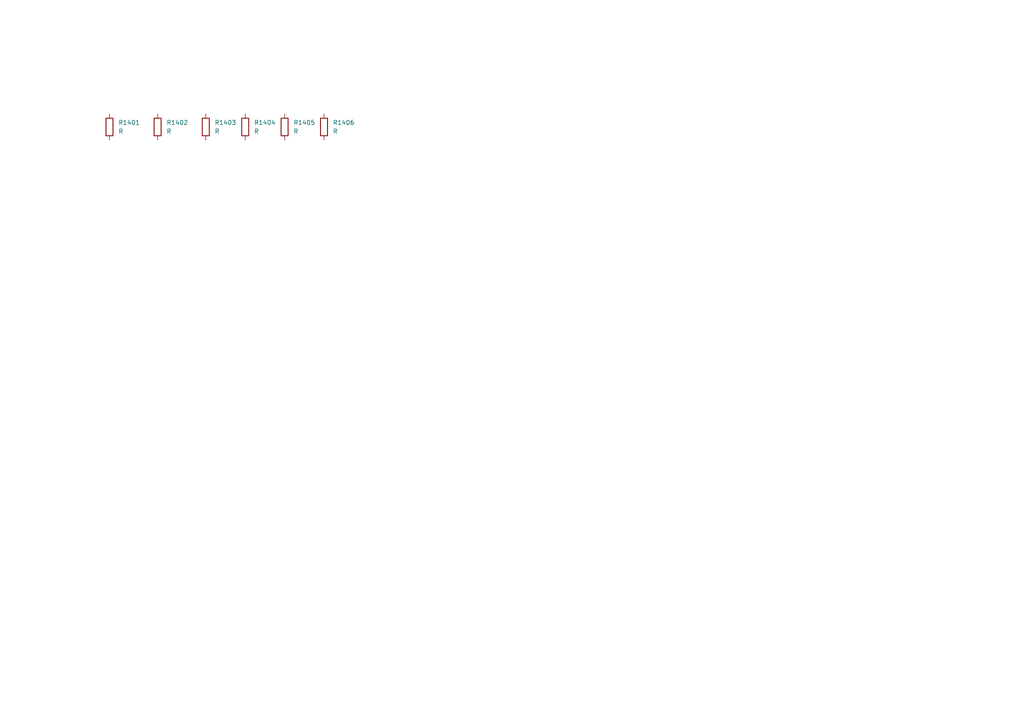
<source format=kicad_sch>
(kicad_sch (version 20231120) (generator "eeschema") (generator_version "8.0")
  (paper "A4")
  (lib_symbols
    (symbol "Device:R" (pin_numbers hide) (pin_names (offset 0))
      (property "Reference" "R" (at 2.032 0 90))
      (property "Value" "R" (at 0 0 90))
      (symbol "R_0_1"
        (rectangle (start -1.016 -2.54) (end 1.016 2.54) (stroke (width 0.254)))
      )
      (symbol "R_1_1"
        (pin passive line (at 0 3.81 270) (length 1.27) (name "~") (number "1"))
        (pin passive line (at 0 -3.81 90) (length 1.27) (name "~") (number "2"))
      )
    )
  )
  (symbol (lib_id "Device:R") (at 82.55 36.83 0) (unit 1)
    (property "Reference" "R1405" (at 85.09 35.5599 0) (effects (justify left)))
    (property "Value" "R" (at 85.09 38.0999 0) (effects (justify left)))
    (property "Footprint" "Resistor_SMD:R_1206_3216Metric" (effects (hide yes)))
    (property "Description" "Resistor" (effects (hide yes)))
  )
  (symbol (lib_id "Device:R") (at 31.75 36.83 0) (unit 1)
    (property "Reference" "R1401" (at 34.29 35.5599 0) (effects (justify left)))
    (property "Value" "R" (at 34.29 38.0999 0) (effects (justify left)))
    (property "Footprint" "Resistor_SMD:R_0201_0603Metric" (effects (hide yes)))
    (property "Description" "Resistor" (effects (hide yes)))
  )
  (symbol (lib_id "Device:R") (at 71.12 36.83 0) (unit 1)
    (property "Reference" "R1404" (at 73.66 35.5599 0) (effects (justify left)))
    (property "Value" "R" (at 73.66 38.0999 0) (effects (justify left)))
    (property "Footprint" "Resistor_SMD:R_0805_2012Metric" (effects (hide yes)))
    (property "Description" "Resistor" (effects (hide yes)))
  )
  (symbol (lib_id "Device:R") (at 59.69 36.83 0) (unit 1)
    (property "Reference" "R1403" (at 62.23 35.5599 0) (effects (justify left)))
    (property "Value" "R" (at 62.23 38.0999 0) (effects (justify left)))
    (property "Footprint" "Resistor_SMD:R_0603_1608Metric" (effects (hide yes)))
    (property "Description" "Resistor" (effects (hide yes)))
  )
  (symbol (lib_id "Device:R") (at 93.98 36.83 0) (unit 1)
    (property "Reference" "R1406" (at 96.52 35.5599 0) (effects (justify left)))
    (property "Value" "R" (at 96.52 38.0999 0) (effects (justify left)))
    (property "Footprint" "Resistor_SMD:R_2512_6332Metric" (effects (hide yes)))
    (property "Description" "Resistor" (effects (hide yes)))
  )
  (symbol (lib_id "Device:R") (at 45.72 36.83 0) (unit 1)
    (property "Reference" "R1402" (at 48.26 35.5599 0) (effects (justify left)))
    (property "Value" "R" (at 48.26 38.0999 0) (effects (justify left)))
    (property "Footprint" "Resistor_SMD:R_0402_1005Metric" (effects (hide yes)))
    (property "Description" "Resistor" (effects (hide yes)))
  )
)
</source>
